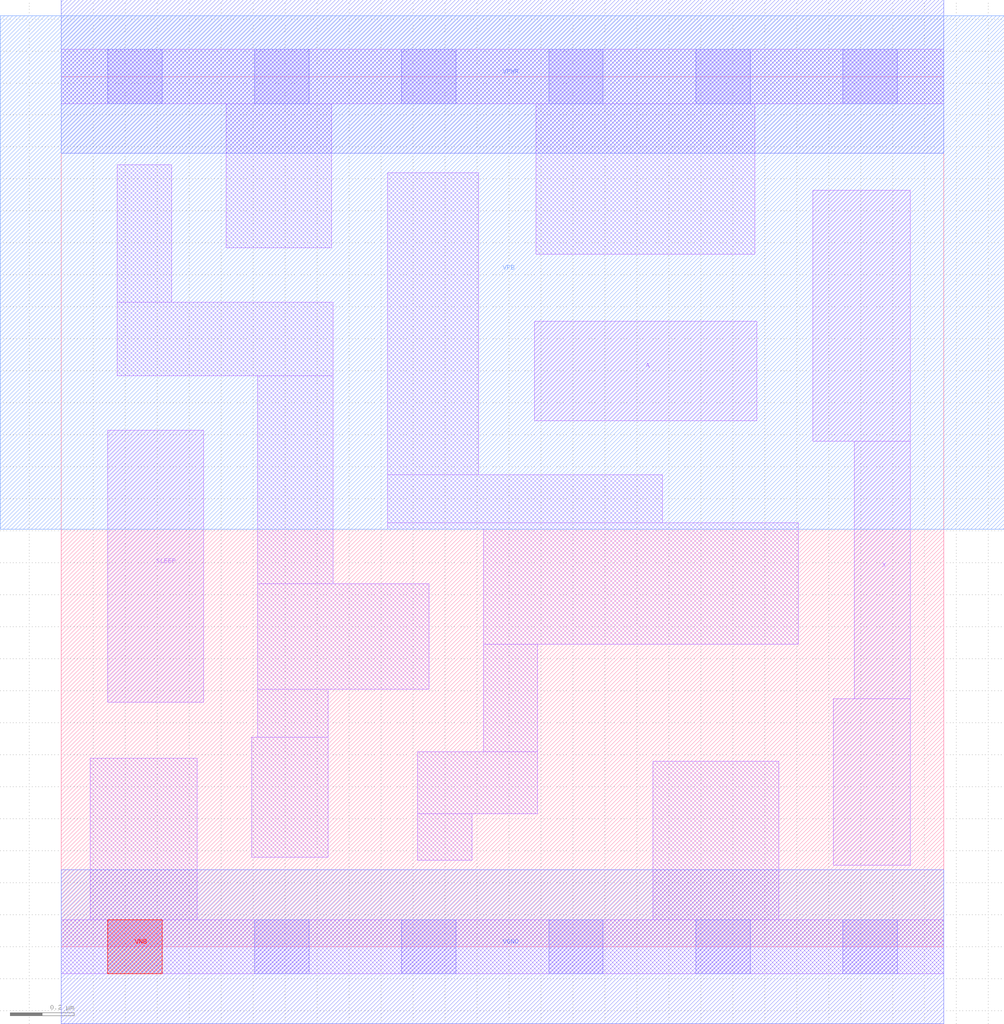
<source format=lef>
# Copyright 2020 The SkyWater PDK Authors
#
# Licensed under the Apache License, Version 2.0 (the "License");
# you may not use this file except in compliance with the License.
# You may obtain a copy of the License at
#
#     https://www.apache.org/licenses/LICENSE-2.0
#
# Unless required by applicable law or agreed to in writing, software
# distributed under the License is distributed on an "AS IS" BASIS,
# WITHOUT WARRANTIES OR CONDITIONS OF ANY KIND, either express or implied.
# See the License for the specific language governing permissions and
# limitations under the License.
#
# SPDX-License-Identifier: Apache-2.0

VERSION 5.7 ;
  NOWIREEXTENSIONATPIN ON ;
  DIVIDERCHAR "/" ;
  BUSBITCHARS "[]" ;
MACRO sky130_fd_sc_hd__lpflow_inputiso0p_1
  CLASS CORE ;
  FOREIGN sky130_fd_sc_hd__lpflow_inputiso0p_1 ;
  ORIGIN  0.000000  0.000000 ;
  SIZE  2.760000 BY  2.720000 ;
  SYMMETRY X Y R90 ;
  SITE unithd ;
  PIN A
    ANTENNAGATEAREA  0.126000 ;
    DIRECTION INPUT ;
    USE SIGNAL ;
    PORT
      LAYER li1 ;
        RECT 1.480000 1.645000 2.175000 1.955000 ;
    END
  END A
  PIN SLEEP
    ANTENNAGATEAREA  0.126000 ;
    DIRECTION INPUT ;
    USE SIGNAL ;
    PORT
      LAYER li1 ;
        RECT 0.145000 0.765000 0.445000 1.615000 ;
    END
  END SLEEP
  PIN VNB
    PORT
      LAYER pwell ;
        RECT 0.145000 -0.085000 0.315000 0.085000 ;
    END
  END VNB
  PIN VPB
    PORT
      LAYER nwell ;
        RECT -0.190000 1.305000 2.950000 2.910000 ;
    END
  END VPB
  PIN X
    ANTENNADIFFAREA  0.429000 ;
    DIRECTION OUTPUT ;
    USE SIGNAL ;
    PORT
      LAYER li1 ;
        RECT 2.350000 1.580000 2.655000 2.365000 ;
        RECT 2.415000 0.255000 2.655000 0.775000 ;
        RECT 2.480000 0.775000 2.655000 1.580000 ;
    END
  END X
  PIN VGND
    DIRECTION INOUT ;
    SHAPE ABUTMENT ;
    USE GROUND ;
    PORT
      LAYER met1 ;
        RECT 0.000000 -0.240000 2.760000 0.240000 ;
    END
  END VGND
  PIN VPWR
    DIRECTION INOUT ;
    SHAPE ABUTMENT ;
    USE POWER ;
    PORT
      LAYER met1 ;
        RECT 0.000000 2.480000 2.760000 2.960000 ;
    END
  END VPWR
  OBS
    LAYER li1 ;
      RECT 0.000000 -0.085000 2.760000 0.085000 ;
      RECT 0.000000  2.635000 2.760000 2.805000 ;
      RECT 0.090000  0.085000 0.425000 0.590000 ;
      RECT 0.175000  1.785000 0.850000 2.015000 ;
      RECT 0.175000  2.015000 0.345000 2.445000 ;
      RECT 0.515000  2.185000 0.845000 2.635000 ;
      RECT 0.595000  0.280000 0.835000 0.655000 ;
      RECT 0.615000  0.655000 0.835000 0.805000 ;
      RECT 0.615000  0.805000 1.150000 1.135000 ;
      RECT 0.615000  1.135000 0.850000 1.785000 ;
      RECT 1.020000  1.305000 2.305000 1.325000 ;
      RECT 1.020000  1.325000 1.880000 1.475000 ;
      RECT 1.020000  1.475000 1.305000 2.420000 ;
      RECT 1.115000  0.270000 1.285000 0.415000 ;
      RECT 1.115000  0.415000 1.490000 0.610000 ;
      RECT 1.320000  0.610000 1.490000 0.945000 ;
      RECT 1.320000  0.945000 2.305000 1.305000 ;
      RECT 1.485000  2.165000 2.170000 2.635000 ;
      RECT 1.850000  0.085000 2.245000 0.580000 ;
    LAYER mcon ;
      RECT 0.145000 -0.085000 0.315000 0.085000 ;
      RECT 0.145000  2.635000 0.315000 2.805000 ;
      RECT 0.605000 -0.085000 0.775000 0.085000 ;
      RECT 0.605000  2.635000 0.775000 2.805000 ;
      RECT 1.065000 -0.085000 1.235000 0.085000 ;
      RECT 1.065000  2.635000 1.235000 2.805000 ;
      RECT 1.525000 -0.085000 1.695000 0.085000 ;
      RECT 1.525000  2.635000 1.695000 2.805000 ;
      RECT 1.985000 -0.085000 2.155000 0.085000 ;
      RECT 1.985000  2.635000 2.155000 2.805000 ;
      RECT 2.445000 -0.085000 2.615000 0.085000 ;
      RECT 2.445000  2.635000 2.615000 2.805000 ;
  END
END sky130_fd_sc_hd__lpflow_inputiso0p_1
END LIBRARY

</source>
